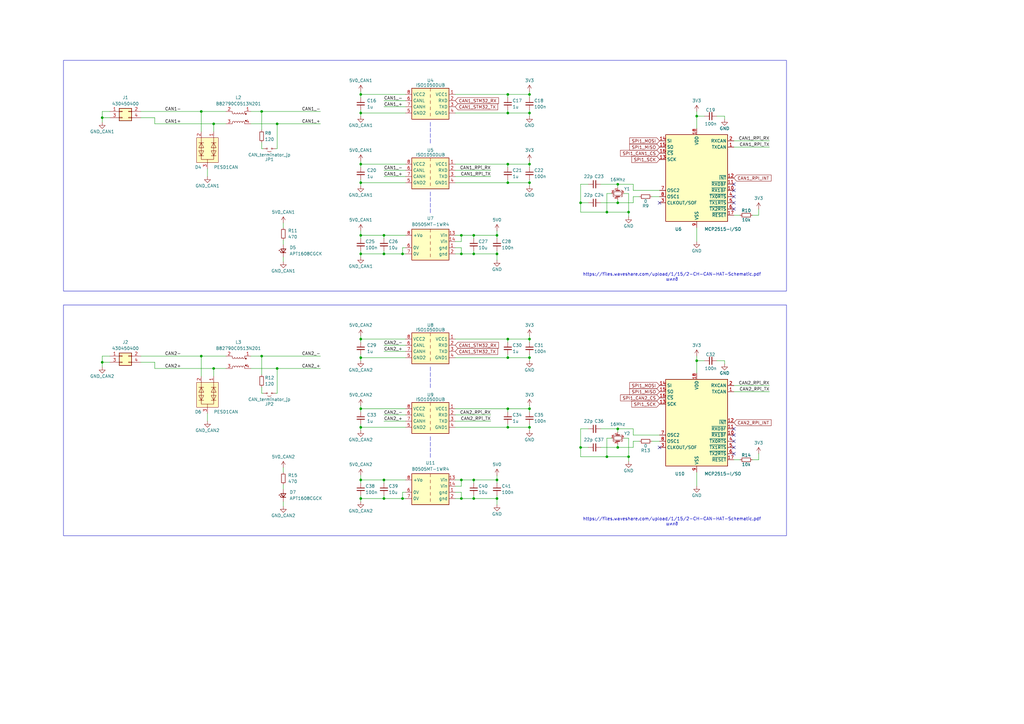
<source format=kicad_sch>
(kicad_sch (version 20231120) (generator "eeschema") (generator_version "8.0")
  (paper "A3")
  (lib_symbols
    (symbol "Connector_Generic:Conn_02x02_Odd_Even" (pin_names (offset 1.016) hide)
      (property "Reference" "J" (at 1.27 2.54 0))
      (property "Value" "Conn_02x02_Odd_Even" (at 1.27 -5.08 0))
      (symbol "Conn_02x02_Odd_Even_1_1"
        (pin passive line (at -5.08 0 0) (length 3.81) (name "Pin_1") (number "1"))
        (pin passive line (at 7.62 0 180) (length 3.81) (name "Pin_2") (number "2"))
        (pin passive line (at -5.08 -2.54 0) (length 3.81) (name "Pin_3") (number "3"))
        (pin passive line (at 7.62 -2.54 180) (length 3.81) (name "Pin_4") (number "4"))
      )
    )
    (symbol "Device:C_Small" (pin_numbers hide) (pin_names (offset 0.254) hide)
      (property "Reference" "C" (at 0.254 1.778 0))
      (property "Value" "C_Small" (at 0.254 -2.032 0))
      (symbol "C_Small_1_1"
        (pin passive line (at 0 2.54 270) (length 2.032) (name "~") (number "1"))
        (pin passive line (at 0 -2.54 90) (length 2.032) (name "~") (number "2"))
      )
    )
    (symbol "Device:Crystal_GND24_Small" (pin_names (offset 1.016) hide)
      (property "Reference" "Y" (at 1.27 4.445 0))
      (property "Value" "Crystal_GND24_Small" (at 1.27 2.54 0))
      (symbol "Crystal_GND24_Small_1_1"
        (pin passive line (at -2.54 0 0) (length 1.27) (name "1") (number "1"))
        (pin passive line (at 0 -2.54 90) (length 0.635) (name "2") (number "2"))
        (pin passive line (at 2.54 0 180) (length 1.27) (name "3") (number "3"))
        (pin passive line (at 0 2.54 270) (length 0.635) (name "4") (number "4"))
      )
    )
    (symbol "Device:LED_Small" (pin_numbers hide) (pin_names (offset 0.254) hide)
      (property "Reference" "D" (at -1.27 3.175 0))
      (property "Value" "LED_Small" (at -4.445 -2.54 0))
      (symbol "LED_Small_1_1"
        (pin passive line (at -2.54 0 0) (length 1.778) (name "K") (number "1"))
        (pin passive line (at 2.54 0 180) (length 1.778) (name "A") (number "2"))
      )
    )
    (symbol "Device:L_Coupled_1243" (pin_names (offset 0.254) hide)
      (property "Reference" "L" (at 0 4.445 0))
      (property "Value" "L_Coupled_1243" (at 0 -4.445 0))
      (symbol "L_Coupled_1243_1_1"
        (pin passive line (at -5.08 2.54 0) (length 2.54) (name "1") (number "1"))
        (pin passive line (at 5.08 2.54 180) (length 2.54) (name "2") (number "2"))
        (pin passive line (at 5.08 -2.54 180) (length 2.54) (name "3") (number "3"))
        (pin passive line (at -5.08 -2.54 0) (length 2.54) (name "4") (number "4"))
      )
    )
    (symbol "Device:R_Small" (pin_numbers hide) (pin_names (offset 0.254) hide)
      (property "Reference" "R" (at 0.762 0.508 0))
      (property "Value" "R_Small" (at 0.762 -1.016 0))
      (symbol "R_Small_1_1"
        (pin passive line (at 0 2.54 270) (length 0.762) (name "~") (number "1"))
        (pin passive line (at 0 -2.54 90) (length 0.762) (name "~") (number "2"))
      )
    )
    (symbol "ISO1050DUB_1"
      (property "Reference" "U4" (at 0 9.525 0))
      (property "Value" "ISO1050DUB" (at 0 6.985 0))
      (symbol "ISO1050DUB_1_1_1"
        (pin input line (at -10.16 -2.54 0) (length 2.54) (name "gnd") (number "1"))
        (pin power_in line (at -10.16 2.54 0) (length 2.54) (name "Vin") (number "13"))
        (pin output line (at -10.16 0 0) (length 2.54) (name "Vin") (number "14"))
        (pin power_in line (at -10.16 -5.08 0) (length 2.54) (name "gnd") (number "2"))
        (pin power_in line (at 10.16 -2.54 180) (length 2.54) (name "0V") (number "6"))
        (pin power_in line (at 10.16 -5.08 180) (length 2.54) (name "0V") (number "7"))
        (pin bidirectional line (at 10.16 2.54 180) (length 2.54) (name "+Vo") (number "8"))
      )
    )
    (symbol "ISO1050DUB_2"
      (property "Reference" "U1" (at 0 8.255 0))
      (property "Value" "ISO1050DUB" (at 0 6.35 0))
      (symbol "ISO1050DUB_2_1_1"
        (pin power_in line (at -10.16 2.54 0) (length 2.54) (name "VCC1") (number "1"))
        (pin output line (at -10.16 0 0) (length 2.54) (name "RXD") (number "2"))
        (pin input line (at -10.16 -2.54 0) (length 2.54) (name "TXD") (number "3"))
        (pin power_in line (at -10.16 -5.08 0) (length 2.54) (name "GND1") (number "4"))
        (pin power_in line (at 10.16 -5.08 180) (length 2.54) (name "GND2") (number "5"))
        (pin bidirectional line (at 10.16 0 180) (length 2.54) (name "CANL") (number "6"))
        (pin bidirectional line (at 10.16 -2.54 180) (length 2.54) (name "CANH") (number "7"))
        (pin power_in line (at 10.16 2.54 180) (length 2.54) (name "VCC2") (number "8"))
      )
    )
    (symbol "Interface_CAN_LIN:MCP2515-xSO"
      (property "Reference" "U" (at -10.16 19.685 0))
      (property "Value" "MCP2515-xSO" (at 19.05 20.32 0))
      (symbol "MCP2515-xSO_1_1"
        (pin output line (at 15.24 12.7 180) (length 2.54) (name "TXCAN") (number "1"))
        (pin output line (at 15.24 -5.08 180) (length 2.54) (name "~{RX1BF}") (number "10"))
        (pin output line (at 15.24 -2.54 180) (length 2.54) (name "~{RX0BF}") (number "11"))
        (pin output line (at 15.24 0 180) (length 2.54) (name "~{INT}") (number "12"))
        (pin input line (at -15.24 7.62 0) (length 2.54) (name "SCK") (number "13"))
        (pin input line (at -15.24 15.24 0) (length 2.54) (name "SI") (number "14"))
        (pin output line (at -15.24 12.7 0) (length 2.54) (name "SO") (number "15"))
        (pin input line (at -15.24 10.16 0) (length 2.54) (name "~{CS}") (number "16"))
        (pin input line (at 15.24 -15.24 180) (length 2.54) (name "~{RESET}") (number "17"))
        (pin power_in line (at 0 20.32 270) (length 2.54) (name "VDD") (number "18"))
        (pin input line (at 15.24 15.24 180) (length 2.54) (name "RXCAN") (number "2"))
        (pin output line (at -15.24 -10.16 0) (length 2.54) (name "CLKOUT/SOF") (number "3"))
        (pin input line (at 15.24 -7.62 180) (length 2.54) (name "~{TX0RTS}") (number "4"))
        (pin input line (at 15.24 -10.16 180) (length 2.54) (name "~{TX1RTS}") (number "5"))
        (pin input line (at 15.24 -12.7 180) (length 2.54) (name "~{TX2RTS}") (number "6"))
        (pin output line (at -15.24 -5.08 0) (length 2.54) (name "OSC2") (number "7"))
        (pin input line (at -15.24 -7.62 0) (length 2.54) (name "OSC1") (number "8"))
        (pin power_in line (at 0 -20.32 90) (length 2.54) (name "VSS") (number "9"))
      )
    )
    (symbol "Jumper:Jumper_2_Small_Open" (pin_numbers hide) (pin_names (offset 0) hide) (exclude_from_sim yes)
      (property "Reference" "JP" (at 0 2.794 0))
      (property "Value" "Jumper_2_Small_Open" (at 0 -2.286 0))
      (symbol "Jumper_2_Small_Open_1_1"
        (pin passive line (at -2.54 0 0) (length 1.27) (name "A") (number "1"))
        (pin passive line (at 2.54 0 180) (length 1.27) (name "B") (number "2"))
      )
    )
    (symbol "Power_Protection:PRTR5V0U2X" (pin_names (offset 0))
      (property "Reference" "D1" (at -7.62 0 90))
      (property "Value" "PESD1CAN" (at -5.715 2.54 90))
      (symbol "PRTR5V0U2X_1_1"
        (pin passive line (at -2.54 -5.08 90) (length 2.54) (name "") (number "1"))
        (pin passive line (at 2.54 -5.08 90) (length 2.54) (name "") (number "2"))
        (pin passive line (at 0 10.16 270) (length 2.54) (name "") (number "3"))
      )
    )
    (symbol "power:+5V" (power) (pin_numbers hide) (pin_names (offset 0) hide)
      (property "Value" "+5V" (at 0 3.556 0))
      (symbol "+5V_1_1"
        (pin power_in line (at 0 0 90) (length 0) (name "~") (number "1"))
      )
    )
    (symbol "power:GND" (power) (pin_names (offset 0))
      (property "Value" "GND" (at 0 -3.81 0))
      (symbol "GND_1_1"
        (pin power_in line (at 0 0 270) (length 0) hide (name "GND") (number "1"))
      )
    )
    (symbol "power:GND2" (power) (pin_names (offset 0))
      (property "Value" "GND2" (at 0 -3.81 0))
      (symbol "GND2_1_1"
        (pin power_in line (at 0 0 270) (length 0) hide (name "GND2") (number "1"))
      )
    )
  )
  (junction (at 253.365 75.565))
  (junction (at 203.835 104.14))
  (junction (at 217.17 67.31))
  (junction (at 157.48 204.47))
  (junction (at 87.63 50.8))
  (junction (at 208.28 167.64))
  (junction (at 147.955 146.685))
  (junction (at 189.23 196.85))
  (junction (at 203.835 96.52))
  (junction (at 189.23 96.52))
  (junction (at 147.955 167.64))
  (junction (at 165.1 204.47))
  (junction (at 208.28 67.31))
  (junction (at 147.955 104.14))
  (junction (at 147.955 175.26))
  (junction (at 194.31 104.14))
  (junction (at 157.48 196.85))
  (junction (at 285.75 147.955))
  (junction (at 248.92 187.325))
  (junction (at 217.17 167.64))
  (junction (at 107.315 146.05))
  (junction (at 147.955 96.52))
  (junction (at 208.28 139.065))
  (junction (at 217.17 175.26))
  (junction (at 113.665 50.8))
  (junction (at 147.955 67.31))
  (junction (at 217.17 38.735))
  (junction (at 82.55 146.05))
  (junction (at 157.48 96.52))
  (junction (at 253.365 183.515))
  (junction (at 238.125 83.185))
  (junction (at 257.81 187.325))
  (junction (at 165.1 104.14))
  (junction (at 208.28 38.735))
  (junction (at 147.955 204.47))
  (junction (at 217.17 146.685))
  (junction (at 208.28 74.93))
  (junction (at 217.17 74.93))
  (junction (at 147.955 139.065))
  (junction (at 189.23 204.47))
  (junction (at 194.31 204.47))
  (junction (at 194.31 196.85))
  (junction (at 41.91 48.26))
  (junction (at 203.835 204.47))
  (junction (at 208.28 46.355))
  (junction (at 253.365 175.895))
  (junction (at 208.28 146.685))
  (junction (at 253.365 83.185))
  (junction (at 87.63 151.13))
  (junction (at 217.17 139.065))
  (junction (at 248.92 86.995))
  (junction (at 147.955 38.735))
  (junction (at 147.955 74.93))
  (junction (at 194.31 96.52))
  (junction (at 113.665 151.13))
  (junction (at 147.955 46.355))
  (junction (at 208.28 175.26))
  (junction (at 157.48 104.14))
  (junction (at 238.125 183.515))
  (junction (at 257.81 86.995))
  (junction (at 217.17 46.355))
  (junction (at 285.75 47.625))
  (junction (at 189.23 104.14))
  (junction (at 82.55 45.72))
  (junction (at 107.315 45.72))
  (junction (at 203.835 196.85))
  (junction (at 41.91 148.59))
  (junction (at 147.955 196.85))
  (no_connect (at 300.99 75.565))
  (no_connect (at 270.51 83.185))
  (no_connect (at 300.99 178.435))
  (no_connect (at 300.99 80.645))
  (no_connect (at 300.99 85.725))
  (no_connect (at 300.99 83.185))
  (no_connect (at 300.99 186.055))
  (no_connect (at 300.99 180.975))
  (no_connect (at 300.99 175.895))
  (no_connect (at 300.99 78.105))
  (no_connect (at 270.51 183.515))
  (no_connect (at 300.99 183.515))
  (wire (pts (xy 257.81 86.995) (xy 248.92 86.995)))
  (wire (pts (xy 259.715 83.185) (xy 253.365 83.185)))
  (wire (pts (xy 147.955 66.04) (xy 147.955 67.31)))
  (wire (pts (xy 208.28 167.64) (xy 208.28 168.91)))
  (wire (pts (xy 259.715 178.435) (xy 259.715 175.895)))
  (wire (pts (xy 87.63 50.8) (xy 92.71 50.8)))
  (wire (pts (xy 147.955 196.85) (xy 147.955 198.12)))
  (wire (pts (xy 217.17 173.99) (xy 217.17 175.26)))
  (wire (pts (xy 147.955 166.37) (xy 147.955 167.64)))
  (wire (pts (xy 253.365 75.565) (xy 253.365 76.835)))
  (wire (pts (xy 147.955 37.465) (xy 147.955 38.735)))
  (wire (pts (xy 259.715 75.565) (xy 253.365 75.565)))
  (wire (pts (xy 116.205 91.44) (xy 116.205 93.345)))
  (wire (pts (xy 63.5 50.8) (xy 63.5 48.26)))
  (wire (pts (xy 147.955 175.26) (xy 166.37 175.26)))
  (wire (pts (xy 189.23 96.52) (xy 194.31 96.52)))
  (wire (pts (xy 165.1 204.47) (xy 166.37 204.47)))
  (wire (pts (xy 157.48 69.85) (xy 166.37 69.85)))
  (wire (pts (xy 41.91 148.59) (xy 41.91 150.495)))
  (wire (pts (xy 147.955 46.355) (xy 147.955 47.625)))
  (wire (pts (xy 311.15 88.265) (xy 308.61 88.265)))
  (wire (pts (xy 147.955 146.685) (xy 147.955 147.955)))
  (wire (pts (xy 186.69 172.72) (xy 201.295 172.72)))
  (wire (pts (xy 87.63 151.13) (xy 87.63 154.305)))
  (wire (pts (xy 285.75 147.955) (xy 288.925 147.955)))
  (wire (pts (xy 217.17 45.085) (xy 217.17 46.355)))
  (wire (pts (xy 259.715 183.515) (xy 253.365 183.515)))
  (wire (pts (xy 157.48 172.72) (xy 166.37 172.72)))
  (wire (pts (xy 217.17 66.04) (xy 217.17 67.31)))
  (wire (pts (xy 194.31 196.85) (xy 203.835 196.85)))
  (wire (pts (xy 238.125 86.995) (xy 248.92 86.995)))
  (wire (pts (xy 107.315 58.42) (xy 107.315 60.96)))
  (wire (pts (xy 294.005 47.625) (xy 297.18 47.625)))
  (wire (pts (xy 113.665 50.8) (xy 113.665 60.96)))
  (wire (pts (xy 157.48 43.815) (xy 166.37 43.815)))
  (wire (pts (xy 189.23 199.39) (xy 189.23 196.85)))
  (wire (pts (xy 208.28 145.415) (xy 208.28 146.685)))
  (wire (pts (xy 113.665 151.13) (xy 113.665 161.29)))
  (wire (pts (xy 186.69 101.6) (xy 189.23 101.6)))
  (wire (pts (xy 147.955 96.52) (xy 157.48 96.52)))
  (wire (pts (xy 194.31 102.87) (xy 194.31 104.14)))
  (wire (pts (xy 57.785 146.05) (xy 82.55 146.05)))
  (wire (pts (xy 194.31 104.14) (xy 203.835 104.14)))
  (wire (pts (xy 186.69 38.735) (xy 208.28 38.735)))
  (wire (pts (xy 285.75 147.955) (xy 285.75 153.035)))
  (wire (pts (xy 238.125 183.515) (xy 238.125 187.325)))
  (wire (pts (xy 102.87 50.8) (xy 113.665 50.8)))
  (wire (pts (xy 147.955 38.735) (xy 166.37 38.735)))
  (wire (pts (xy 41.91 45.72) (xy 45.085 45.72)))
  (wire (pts (xy 147.955 104.14) (xy 147.955 105.41)))
  (wire (pts (xy 147.955 67.31) (xy 166.37 67.31)))
  (wire (pts (xy 253.365 83.185) (xy 253.365 81.915)))
  (wire (pts (xy 157.48 196.85) (xy 166.37 196.85)))
  (wire (pts (xy 203.835 203.2) (xy 203.835 204.47)))
  (wire (pts (xy 186.69 201.93) (xy 189.23 201.93)))
  (wire (pts (xy 217.17 73.66) (xy 217.17 74.93)))
  (wire (pts (xy 147.955 167.64) (xy 147.955 168.91)))
  (wire (pts (xy 82.55 45.72) (xy 82.55 53.975)))
  (wire (pts (xy 102.87 146.05) (xy 107.315 146.05)))
  (wire (pts (xy 257.81 187.325) (xy 248.92 187.325)))
  (wire (pts (xy 246.38 83.185) (xy 253.365 83.185)))
  (wire (pts (xy 147.955 46.355) (xy 166.37 46.355)))
  (wire (pts (xy 194.31 96.52) (xy 203.835 96.52)))
  (wire (pts (xy 113.665 50.8) (xy 131.445 50.8)))
  (wire (pts (xy 189.23 204.47) (xy 194.31 204.47)))
  (wire (pts (xy 208.28 67.31) (xy 208.28 68.58)))
  (wire (pts (xy 217.17 37.465) (xy 217.17 38.735)))
  (wire (pts (xy 147.955 96.52) (xy 147.955 97.79)))
  (wire (pts (xy 147.955 175.26) (xy 147.955 176.53)))
  (wire (pts (xy 270.51 178.435) (xy 259.715 178.435)))
  (wire (pts (xy 147.955 203.2) (xy 147.955 204.47)))
  (wire (pts (xy 238.125 75.565) (xy 238.125 83.185)))
  (wire (pts (xy 248.92 79.375) (xy 250.825 79.375)))
  (wire (pts (xy 186.69 104.14) (xy 189.23 104.14)))
  (wire (pts (xy 217.17 137.795) (xy 217.17 139.065)))
  (wire (pts (xy 285.75 93.345) (xy 285.75 99.06)))
  (wire (pts (xy 107.95 60.96) (xy 107.315 60.96)))
  (wire (pts (xy 147.955 38.735) (xy 147.955 40.005)))
  (wire (pts (xy 41.91 48.26) (xy 45.085 48.26)))
  (wire (pts (xy 107.95 161.29) (xy 107.315 161.29)))
  (wire (pts (xy 257.81 179.705) (xy 257.81 187.325)))
  (wire (pts (xy 165.1 201.93) (xy 166.37 201.93)))
  (wire (pts (xy 157.48 96.52) (xy 166.37 96.52)))
  (wire (pts (xy 285.75 146.05) (xy 285.75 147.955)))
  (wire (pts (xy 147.955 102.87) (xy 147.955 104.14)))
  (wire (pts (xy 157.48 203.2) (xy 157.48 204.47)))
  (wire (pts (xy 157.48 72.39) (xy 166.37 72.39)))
  (wire (pts (xy 147.955 173.99) (xy 147.955 175.26)))
  (polyline (pts (xy 176.53 78.74) (xy 176.53 87.63)) (stroke (width 0) (type dash)))
  (wire (pts (xy 102.87 45.72) (xy 107.315 45.72)))
  (wire (pts (xy 186.69 146.685) (xy 208.28 146.685)))
  (wire (pts (xy 147.955 194.945) (xy 147.955 196.85)))
  (wire (pts (xy 259.715 175.895) (xy 253.365 175.895)))
  (wire (pts (xy 300.99 60.325) (xy 315.595 60.325)))
  (wire (pts (xy 203.835 196.85) (xy 203.835 198.12)))
  (wire (pts (xy 165.1 101.6) (xy 165.1 104.14)))
  (wire (pts (xy 107.315 146.05) (xy 107.315 153.67)))
  (wire (pts (xy 241.3 175.895) (xy 238.125 175.895)))
  (wire (pts (xy 82.55 146.05) (xy 82.55 154.305)))
  (wire (pts (xy 147.955 67.31) (xy 147.955 68.58)))
  (wire (pts (xy 241.3 75.565) (xy 238.125 75.565)))
  (wire (pts (xy 270.51 78.105) (xy 259.715 78.105)))
  (wire (pts (xy 147.955 139.065) (xy 166.37 139.065)))
  (wire (pts (xy 107.315 146.05) (xy 131.445 146.05)))
  (wire (pts (xy 194.31 96.52) (xy 194.31 97.79)))
  (wire (pts (xy 186.69 46.355) (xy 208.28 46.355)))
  (wire (pts (xy 113.665 161.29) (xy 113.03 161.29)))
  (wire (pts (xy 157.48 204.47) (xy 165.1 204.47)))
  (wire (pts (xy 208.28 67.31) (xy 217.17 67.31)))
  (wire (pts (xy 208.28 175.26) (xy 217.17 175.26)))
  (wire (pts (xy 57.785 45.72) (xy 82.55 45.72)))
  (wire (pts (xy 194.31 203.2) (xy 194.31 204.47)))
  (wire (pts (xy 147.955 73.66) (xy 147.955 74.93)))
  (polyline (pts (xy 176.53 50.165) (xy 176.53 59.055)) (stroke (width 0) (type dash)))
  (wire (pts (xy 208.28 45.085) (xy 208.28 46.355)))
  (wire (pts (xy 255.905 179.705) (xy 257.81 179.705)))
  (wire (pts (xy 63.5 151.13) (xy 87.63 151.13)))
  (wire (pts (xy 194.31 196.85) (xy 194.31 198.12)))
  (wire (pts (xy 203.835 104.14) (xy 203.835 106.68)))
  (wire (pts (xy 157.48 96.52) (xy 157.48 97.79)))
  (wire (pts (xy 300.99 188.595) (xy 303.53 188.595)))
  (wire (pts (xy 255.905 79.375) (xy 257.81 79.375)))
  (wire (pts (xy 85.09 69.215) (xy 85.09 72.39)))
  (wire (pts (xy 311.15 186.055) (xy 311.15 188.595)))
  (wire (pts (xy 157.48 144.145) (xy 166.37 144.145)))
  (wire (pts (xy 217.17 139.065) (xy 217.17 140.335)))
  (wire (pts (xy 87.63 50.8) (xy 87.63 53.975)))
  (wire (pts (xy 186.69 139.065) (xy 208.28 139.065)))
  (wire (pts (xy 311.15 85.725) (xy 311.15 88.265)))
  (wire (pts (xy 238.125 83.185) (xy 241.3 83.185)))
  (wire (pts (xy 116.205 98.425) (xy 116.205 100.33)))
  (wire (pts (xy 157.48 141.605) (xy 166.37 141.605)))
  (wire (pts (xy 217.17 166.37) (xy 217.17 167.64)))
  (wire (pts (xy 113.665 151.13) (xy 131.445 151.13)))
  (wire (pts (xy 116.205 105.41) (xy 116.205 107.315)))
  (wire (pts (xy 248.92 187.325) (xy 248.92 179.705)))
  (wire (pts (xy 147.955 204.47) (xy 147.955 205.74)))
  (wire (pts (xy 41.91 45.72) (xy 41.91 48.26)))
  (wire (pts (xy 186.69 199.39) (xy 189.23 199.39)))
  (wire (pts (xy 208.28 167.64) (xy 217.17 167.64)))
  (wire (pts (xy 203.835 194.945) (xy 203.835 196.85)))
  (wire (pts (xy 262.255 180.975) (xy 259.715 180.975)))
  (wire (pts (xy 300.99 57.785) (xy 315.595 57.785)))
  (wire (pts (xy 300.99 88.265) (xy 303.53 88.265)))
  (wire (pts (xy 300.99 160.655) (xy 315.595 160.655)))
  (wire (pts (xy 186.69 72.39) (xy 201.295 72.39)))
  (wire (pts (xy 194.31 204.47) (xy 203.835 204.47)))
  (wire (pts (xy 116.205 205.74) (xy 116.205 207.645)))
  (wire (pts (xy 238.125 183.515) (xy 241.3 183.515)))
  (wire (pts (xy 285.75 45.72) (xy 285.75 47.625)))
  (wire (pts (xy 147.955 104.14) (xy 157.48 104.14)))
  (wire (pts (xy 311.15 188.595) (xy 308.61 188.595)))
  (wire (pts (xy 270.51 180.975) (xy 267.335 180.975)))
  (wire (pts (xy 186.69 167.64) (xy 208.28 167.64)))
  (wire (pts (xy 259.715 180.975) (xy 259.715 183.515)))
  (wire (pts (xy 203.835 96.52) (xy 203.835 97.79)))
  (wire (pts (xy 217.17 146.685) (xy 217.17 147.955)))
  (polyline (pts (xy 176.53 150.495) (xy 176.53 159.385)) (stroke (width 0) (type dash)))
  (wire (pts (xy 186.69 74.93) (xy 208.28 74.93)))
  (wire (pts (xy 248.92 86.995) (xy 248.92 79.375)))
  (wire (pts (xy 186.69 196.85) (xy 189.23 196.85)))
  (wire (pts (xy 203.835 204.47) (xy 203.835 207.01)))
  (wire (pts (xy 147.955 74.93) (xy 147.955 76.2)))
  (wire (pts (xy 186.69 170.18) (xy 201.295 170.18)))
  (wire (pts (xy 189.23 196.85) (xy 194.31 196.85)))
  (wire (pts (xy 257.81 86.995) (xy 257.81 88.9)))
  (wire (pts (xy 294.005 147.955) (xy 297.18 147.955)))
  (wire (pts (xy 82.55 45.72) (xy 92.71 45.72)))
  (wire (pts (xy 297.18 147.955) (xy 297.18 149.225)))
  (wire (pts (xy 238.125 187.325) (xy 248.92 187.325)))
  (wire (pts (xy 246.38 175.895) (xy 253.365 175.895)))
  (wire (pts (xy 238.125 83.185) (xy 238.125 86.995)))
  (wire (pts (xy 147.955 146.685) (xy 166.37 146.685)))
  (wire (pts (xy 189.23 104.14) (xy 194.31 104.14)))
  (wire (pts (xy 189.23 101.6) (xy 189.23 104.14)))
  (polyline (pts (xy 176.53 179.07) (xy 176.53 187.96)) (stroke (width 0) (type dash)))
  (wire (pts (xy 217.17 175.26) (xy 217.17 176.53)))
  (wire (pts (xy 85.09 169.545) (xy 85.09 172.72)))
  (wire (pts (xy 165.1 101.6) (xy 166.37 101.6)))
  (wire (pts (xy 262.255 80.645) (xy 259.715 80.645)))
  (wire (pts (xy 157.48 196.85) (xy 157.48 198.12)))
  (wire (pts (xy 157.48 102.87) (xy 157.48 104.14)))
  (wire (pts (xy 253.365 183.515) (xy 253.365 182.245)))
  (wire (pts (xy 259.715 80.645) (xy 259.715 83.185)))
  (wire (pts (xy 147.955 45.085) (xy 147.955 46.355)))
  (wire (pts (xy 165.1 201.93) (xy 165.1 204.47)))
  (wire (pts (xy 147.955 167.64) (xy 166.37 167.64)))
  (wire (pts (xy 208.28 74.93) (xy 217.17 74.93)))
  (wire (pts (xy 113.665 60.96) (xy 113.03 60.96)))
  (wire (pts (xy 186.69 96.52) (xy 189.23 96.52)))
  (wire (pts (xy 285.75 47.625) (xy 288.925 47.625)))
  (wire (pts (xy 147.955 196.85) (xy 157.48 196.85)))
  (wire (pts (xy 208.28 146.685) (xy 217.17 146.685)))
  (wire (pts (xy 186.69 175.26) (xy 208.28 175.26)))
  (wire (pts (xy 208.28 38.735) (xy 208.28 40.005)))
  (wire (pts (xy 147.955 137.795) (xy 147.955 139.065)))
  (wire (pts (xy 217.17 145.415) (xy 217.17 146.685)))
  (wire (pts (xy 102.87 151.13) (xy 113.665 151.13)))
  (wire (pts (xy 157.48 170.18) (xy 166.37 170.18)))
  (wire (pts (xy 257.81 79.375) (xy 257.81 86.995)))
  (wire (pts (xy 238.125 175.895) (xy 238.125 183.515)))
  (wire (pts (xy 157.48 104.14) (xy 165.1 104.14)))
  (wire (pts (xy 41.91 146.05) (xy 45.085 146.05)))
  (wire (pts (xy 253.365 175.895) (xy 253.365 177.165)))
  (wire (pts (xy 147.955 74.93) (xy 166.37 74.93)))
  (wire (pts (xy 217.17 167.64) (xy 217.17 168.91)))
  (wire (pts (xy 41.91 148.59) (xy 45.085 148.59)))
  (wire (pts (xy 208.28 38.735) (xy 217.17 38.735)))
  (wire (pts (xy 257.81 187.325) (xy 257.81 189.23)))
  (wire (pts (xy 186.69 67.31) (xy 208.28 67.31)))
  (wire (pts (xy 246.38 75.565) (xy 253.365 75.565)))
  (wire (pts (xy 82.55 146.05) (xy 92.71 146.05)))
  (wire (pts (xy 203.835 102.87) (xy 203.835 104.14)))
  (wire (pts (xy 186.69 204.47) (xy 189.23 204.47)))
  (wire (pts (xy 208.28 139.065) (xy 217.17 139.065)))
  (wire (pts (xy 285.75 193.675) (xy 285.75 199.39)))
  (wire (pts (xy 208.28 139.065) (xy 208.28 140.335)))
  (wire (pts (xy 87.63 151.13) (xy 92.71 151.13)))
  (wire (pts (xy 297.18 47.625) (xy 297.18 48.895)))
  (wire (pts (xy 116.205 198.755) (xy 116.205 200.66)))
  (wire (pts (xy 116.205 191.77) (xy 116.205 193.675)))
  (wire (pts (xy 217.17 67.31) (xy 217.17 68.58)))
  (wire (pts (xy 186.69 69.85) (xy 201.295 69.85)))
  (wire (pts (xy 208.28 173.99) (xy 208.28 175.26)))
  (wire (pts (xy 63.5 151.13) (xy 63.5 148.59)))
  (wire (pts (xy 189.23 201.93) (xy 189.23 204.47)))
  (wire (pts (xy 165.1 104.14) (xy 166.37 104.14)))
  (wire (pts (xy 217.17 74.93) (xy 217.17 76.2)))
  (wire (pts (xy 217.17 38.735) (xy 217.17 40.005)))
  (wire (pts (xy 63.5 48.26) (xy 57.785 48.26)))
  (wire (pts (xy 208.28 73.66) (xy 208.28 74.93)))
  (wire (pts (xy 147.955 94.615) (xy 147.955 96.52)))
  (wire (pts (xy 107.315 45.72) (xy 107.315 53.34)))
  (wire (pts (xy 41.91 146.05) (xy 41.91 148.59)))
  (wire (pts (xy 217.17 46.355) (xy 217.17 47.625)))
  (wire (pts (xy 157.48 41.275) (xy 166.37 41.275)))
  (wire (pts (xy 246.38 183.515) (xy 253.365 183.515)))
  (wire (pts (xy 41.91 48.26) (xy 41.91 50.165)))
  (wire (pts (xy 259.715 78.105) (xy 259.715 75.565)))
  (wire (pts (xy 147.955 204.47) (xy 157.48 204.47)))
  (wire (pts (xy 203.835 94.615) (xy 203.835 96.52)))
  (wire (pts (xy 63.5 148.59) (xy 57.785 148.59)))
  (wire (pts (xy 300.99 158.115) (xy 315.595 158.115)))
  (wire (pts (xy 285.75 47.625) (xy 285.75 52.705)))
  (wire (pts (xy 186.69 99.06) (xy 189.23 99.06)))
  (wire (pts (xy 107.315 45.72) (xy 131.445 45.72)))
  (wire (pts (xy 63.5 50.8) (xy 87.63 50.8)))
  (wire (pts (xy 208.28 46.355) (xy 217.17 46.355)))
  (wire (pts (xy 248.92 179.705) (xy 250.825 179.705)))
  (wire (pts (xy 147.955 139.065) (xy 147.955 140.335)))
  (wire (pts (xy 107.315 158.75) (xy 107.315 161.29)))
  (wire (pts (xy 147.955 145.415) (xy 147.955 146.685)))
  (wire (pts (xy 270.51 80.645) (xy 267.335 80.645)))
  (wire (pts (xy 189.23 99.06) (xy 189.23 96.52)))
  (rectangle (start 26.035 125.095) (end 322.58 219.71))
  (rectangle (start 26.035 24.765) (end 322.58 119.38))
  (text "https://files.waveshare.com/upload/1/15/2-CH-CAN-HAT-Schematic.pdf\nшилд" (at 275.59 213.995 0) (effects (font (size 1.27 1.27))))
  (text "https://files.waveshare.com/upload/1/15/2-CH-CAN-HAT-Schematic.pdf\nшилд" (at 275.59 113.665 0) (effects (font (size 1.27 1.27))))
  (label "CAN2_RPi_TX" (at 201.295 172.72 180))
  (label "CAN2_-" (at 157.48 170.18 0))
  (label "CAN2_RPi_RX" (at 315.595 158.115 180))
  (label "CAN1+" (at 74.295 50.8 180))
  (label "CAN2_-" (at 157.48 141.605 0))
  (label "CAN1_RPi_TX" (at 201.295 72.39 180))
  (label "CAN2+" (at 74.295 151.13 180))
  (label "CAN1_+" (at 157.48 72.39 0))
  (label "CAN1_-" (at 131.445 45.72 180))
  (label "CAN1_RPi_RX" (at 201.295 69.85 180))
  (label "CAN1_-" (at 157.48 41.275 0))
  (label "CAN2_RPi_RX" (at 201.295 170.18 180))
  (label "CAN1_RPi_TX" (at 315.595 60.325 180))
  (label "CAN1-" (at 74.295 45.72 180))
  (label "CAN2_+" (at 131.445 151.13 180))
  (label "CAN2_+" (at 157.48 172.72 0))
  (label "CAN1_RPi_RX" (at 315.595 57.785 180))
  (label "CAN2_+" (at 157.48 144.145 0))
  (label "CAN2-" (at 74.295 146.05 180))
  (label "CAN1_+" (at 157.48 43.815 0))
  (label "CAN1_-" (at 157.48 69.85 0))
  (label "CAN1_+" (at 131.445 50.8 180))
  (label "CAN2_-" (at 131.445 146.05 180))
  (label "CAN2_RPi_TX" (at 315.595 160.655 180))
  (global_label "CAN2_RPI_INT" (shape input) (at 300.99 173.355 0) (property "Intersheetrefs" "${INTERSHEET_REFS}" (effects (hide yes))))
  (global_label "SPI1_MOSI" (shape input) (at 270.51 158.115 180) (property "Intersheetrefs" "${INTERSHEET_REFS}" (effects (hide yes))))
  (global_label "SPI1_MISO" (shape input) (at 270.51 160.655 180) (property "Intersheetrefs" "${INTERSHEET_REFS}" (effects (hide yes))))
  (global_label "SPI1_MOSI" (shape input) (at 270.51 57.785 180) (property "Intersheetrefs" "${INTERSHEET_REFS}" (effects (hide yes))))
  (global_label "CAN1_STM32_TX" (shape input) (at 186.69 144.145 0) (property "Intersheetrefs" "${INTERSHEET_REFS}" (effects (hide yes))))
  (global_label "SPI1_MISO" (shape input) (at 270.51 60.325 180) (property "Intersheetrefs" "${INTERSHEET_REFS}" (effects (hide yes))))
  (global_label "SPI1_SCK" (shape input) (at 270.51 65.405 180) (property "Intersheetrefs" "${INTERSHEET_REFS}" (effects (hide yes))))
  (global_label "CAN1_STM32_RX" (shape input) (at 186.69 41.275 0) (property "Intersheetrefs" "${INTERSHEET_REFS}" (effects (hide yes))))
  (global_label "CAN1_RPI_INT" (shape input) (at 300.99 73.025 0) (property "Intersheetrefs" "${INTERSHEET_REFS}" (effects (hide yes))))
  (global_label "SPI1_SCK" (shape input) (at 270.51 165.735 180) (property "Intersheetrefs" "${INTERSHEET_REFS}" (effects (hide yes))))
  (global_label "SPI1_CAN1_CS" (shape input) (at 270.51 62.865 180) (property "Intersheetrefs" "${INTERSHEET_REFS}" (effects (hide yes))))
  (global_label "CAN1_STM32_RX" (shape input) (at 186.69 141.605 0) (property "Intersheetrefs" "${INTERSHEET_REFS}" (effects (hide yes))))
  (global_label "SPI1_CAN2_CS" (shape input) (at 270.51 163.195 180) (property "Intersheetrefs" "${INTERSHEET_REFS}" (effects (hide yes))))
  (global_label "CAN1_STM32_TX" (shape input) (at 186.69 43.815 0) (property "Intersheetrefs" "${INTERSHEET_REFS}" (effects (hide yes))))
  (symbol (lib_id "power:+5V") (at 311.15 85.725 0) (unit 1)
    (property "Reference" "#PWR030" (effects (hide yes)))
    (property "Value" "3V3" (at 311.15 81.28 0))
    (property "Description" "Power symbol creates a global label with name \"+5V\"" (effects (hide yes)))
  )
  (symbol (lib_id "power:+5V") (at 285.75 146.05 0) (unit 1)
    (property "Reference" "#PWR041" (effects (hide yes)))
    (property "Value" "3V3" (at 285.75 141.605 0))
    (property "Description" "Power symbol creates a global label with name \"+5V\"" (effects (hide yes)))
  )
  (symbol (lib_id "Device:L_Coupled_1243") (at 97.79 48.26 0) (mirror y) (unit 1)
    (property "Reference" "L2" (at 97.79 40.005 0))
    (property "Value" "B82790C0513N201" (at 97.79 42.545 0))
    (property "Ссылка" "https://www.chipdip.ru/product0/8002015174" (effects (hide yes)))
    (property "Цена" "510" (effects (hide yes)))
    (property "Человекопонятное название" "Подавитель синфазных помех" (effects (hide yes)))
  )
  (symbol (lib_id "Device:C_Small") (at 147.955 42.545 0) (unit 1)
    (property "Reference" "C16" (at 150.495 41.275 0) (effects (justify left)))
    (property "Value" "1u" (at 150.495 43.815 0) (effects (justify left)))
    (property "Description" "Unpolarized capacitor, small symbol" (effects (hide yes)))
  )
  (symbol (lib_id "power:GND") (at 217.17 76.2 0) (unit 1)
    (property "Reference" "#PWR029" (effects (hide yes)))
    (property "Value" "GND" (at 217.17 80.01 0))
  )
  (symbol (lib_id "Device:C_Small") (at 157.48 100.33 0) (unit 1)
    (property "Reference" "C26" (at 159.385 99.06 0) (effects (justify left)))
    (property "Value" "10u" (at 159.385 101.6 0) (effects (justify left)))
    (property "Ссылка" "https://www.chipdip.ru/product/grm21br61e106ka73l" (effects (hide yes)))
    (property "Цена" "13" (effects (hide yes)))
    (property "Человекопонятное название" "Конденсатор 10мкФ" (effects (hide yes)))
  )
  (symbol (lib_id "Device:C_Small") (at 291.465 147.955 90) (unit 1)
    (property "Reference" "C32" (at 293.37 145.415 90) (effects (justify left)))
    (property "Value" "100n" (at 294.005 151.13 90) (effects (justify left)))
    (property "Ссылка" "https://www.chipdip.ru/product/grm21br71h104k" (effects (hide yes)))
    (property "Цена" "13" (effects (hide yes)))
    (property "Человекопонятное название" "Конденсатор 100нФ" (effects (hide yes)))
  )
  (symbol (lib_id "Jumper:Jumper_2_Small_Open") (at 110.49 161.29 180) (unit 1) (exclude_from_sim yes)
    (property "Reference" "JP2" (at 110.49 165.735 0))
    (property "Value" "CAN_terminator_jp" (at 110.49 163.83 0))
    (property "Description" "Jumper, 2-pole, small symbol, open" (effects (hide yes)))
  )
  (symbol (lib_id "Device:C_Small") (at 157.48 200.66 0) (unit 1)
    (property "Reference" "C39" (at 159.385 199.39 0) (effects (justify left)))
    (property "Value" "10u" (at 159.385 201.93 0) (effects (justify left)))
    (property "Ссылка" "https://www.chipdip.ru/product/grm21br61e106ka73l" (effects (hide yes)))
    (property "Цена" "13" (effects (hide yes)))
    (property "Человекопонятное название" "Конденсатор 10мкФ" (effects (hide yes)))
  )
  (symbol (lib_id "Device:C_Small") (at 208.28 71.12 0) (unit 1)
    (property "Reference" "C21" (at 210.185 69.85 0) (effects (justify left)))
    (property "Value" "1u" (at 210.185 72.39 0) (effects (justify left)))
    (property "Ссылка" "https://www.chipdip.ru/product/grm21br71e105k" (effects (hide yes)))
    (property "Цена" "13" (effects (hide yes)))
    (property "Человекопонятное название" "Конденсатор 1мкФ" (effects (hide yes)))
  )
  (symbol (lib_name "ISO1050DUB_2") (lib_id "Interface_CAN_LIN:ISO1050DUB") (at 176.53 41.275 0) (mirror y) (unit 1)
    (property "Reference" "U4" (at 176.53 33.02 0))
    (property "Value" "ISO1050DUB" (at 176.53 34.925 0))
    (property "Datasheet" "http://www.ti.com/lit/ds/symlink/iso1050.pdf" (effects (hide yes)))
    (property "Человекопонятное название" "Изолированный приемопередатчик интерфейса CAN" (effects (hide yes)))
  )
  (symbol (lib_id "Device:C_Small") (at 291.465 47.625 90) (unit 1)
    (property "Reference" "C19" (at 293.37 45.085 90) (effects (justify left)))
    (property "Value" "100n" (at 294.005 50.8 90) (effects (justify left)))
    (property "Ссылка" "https://www.chipdip.ru/product/grm21br71h104k" (effects (hide yes)))
    (property "Цена" "13" (effects (hide yes)))
    (property "Человекопонятное название" "Конденсатор 100нФ" (effects (hide yes)))
  )
  (symbol (lib_id "Device:C_Small") (at 147.955 142.875 0) (unit 1)
    (property "Reference" "C29" (at 150.495 141.605 0) (effects (justify left)))
    (property "Value" "1u" (at 150.495 144.145 0) (effects (justify left)))
    (property "Description" "Unpolarized capacitor, small symbol" (effects (hide yes)))
  )
  (symbol (lib_id "power:GND") (at 257.81 189.23 0) (unit 1)
    (property "Reference" "#PWR052" (effects (hide yes)))
    (property "Value" "GND" (at 257.81 193.04 0))
  )
  (symbol (lib_id "Device:C_Small") (at 203.835 200.66 0) (unit 1)
    (property "Reference" "C41" (at 205.74 199.39 0) (effects (justify left)))
    (property "Value" "100n" (at 205.74 201.93 0) (effects (justify left)))
    (property "Ссылка" "https://www.chipdip.ru/product/grm21br71h104k" (effects (hide yes)))
    (property "Цена" "13" (effects (hide yes)))
    (property "Человекопонятное название" "Конденсатор 100нФ" (effects (hide yes)))
  )
  (symbol (lib_id "Device:C_Small") (at 208.28 42.545 0) (unit 1)
    (property "Reference" "C17" (at 210.185 41.275 0) (effects (justify left)))
    (property "Value" "1u" (at 210.185 43.815 0) (effects (justify left)))
    (property "Ссылка" "https://www.chipdip.ru/product/grm21br71e105k" (effects (hide yes)))
    (property "Цена" "13" (effects (hide yes)))
    (property "Человекопонятное название" "Конденсатор 1мкФ" (effects (hide yes)))
  )
  (symbol (lib_id "power:GND2") (at 147.955 76.2 0) (unit 1)
    (property "Reference" "#PWR028" (effects (hide yes)))
    (property "Value" "GND_CAN1" (at 147.955 80.01 0))
  )
  (symbol (lib_id "Device:C_Small") (at 147.955 200.66 0) (unit 1)
    (property "Reference" "C38" (at 149.86 199.39 0) (effects (justify left)))
    (property "Value" "100n" (at 149.86 201.93 0) (effects (justify left)))
    (property "Ссылка" "https://www.chipdip.ru/product/grm21br71h104k" (effects (hide yes)))
    (property "Цена" "13" (effects (hide yes)))
    (property "Человекопонятное название" "Конденсатор 100нФ" (effects (hide yes)))
  )
  (symbol (lib_id "Device:L_Coupled_1243") (at 97.79 148.59 0) (mirror y) (unit 1)
    (property "Reference" "L3" (at 97.79 140.335 0))
    (property "Value" "B82790C0513N201" (at 97.79 142.875 0))
    (property "Ссылка" "https://www.chipdip.ru/product0/8002015174" (effects (hide yes)))
    (property "Цена" "510" (effects (hide yes)))
    (property "Человекопонятное название" "Подавитель синфазных помех" (effects (hide yes)))
  )
  (symbol (lib_id "Device:C_Small") (at 194.31 100.33 0) (unit 1)
    (property "Reference" "C27" (at 196.215 99.06 0) (effects (justify left)))
    (property "Value" "10u" (at 196.215 101.6 0) (effects (justify left)))
    (property "Ссылка" "https://www.chipdip.ru/product/grm21br61e106ka73l" (effects (hide yes)))
    (property "Цена" "13" (effects (hide yes)))
    (property "Человекопонятное название" "Конденсатор 10мкФ" (effects (hide yes)))
  )
  (symbol (lib_id "Device:R_Small") (at 306.07 88.265 270) (unit 1)
    (property "Reference" "R10" (at 306.07 86.36 90))
    (property "Value" "10k" (at 306.07 90.17 90))
    (property "Description" "Resistor, small symbol" (effects (hide yes)))
  )
  (symbol (lib_id "Interface_CAN_LIN:MCP2515-xSO") (at 285.75 73.025 0) (unit 1)
    (property "Reference" "U6" (at 276.86 93.98 0) (effects (justify left)))
    (property "Value" "MCP2515-I/SO" (at 288.925 93.98 0) (effects (justify left)))
    (property "Datasheet" "http://ww1.microchip.com/downloads/en/DeviceDoc/21801e.pdf" (effects (hide yes)))
    (property "Description" "Stand-Alone CAN Controller with SPI Interface, SOIC-18" (effects (hide yes)))
  )
  (symbol (lib_name "ISO1050DUB_2") (lib_id "Interface_CAN_LIN:ISO1050DUB") (at 176.53 141.605 0) (mirror y) (unit 1)
    (property "Reference" "U8" (at 176.53 133.35 0))
    (property "Value" "ISO1050DUB" (at 176.53 135.255 0))
    (property "Datasheet" "http://www.ti.com/lit/ds/symlink/iso1050.pdf" (effects (hide yes)))
    (property "Человекопонятное название" "Изолированный приемопередатчик интерфейса CAN" (effects (hide yes)))
  )
  (symbol (lib_name "ISO1050DUB_2") (lib_id "Interface_CAN_LIN:ISO1050DUB") (at 176.53 69.85 0) (mirror y) (unit 1)
    (property "Reference" "U5" (at 176.53 61.595 0))
    (property "Value" "ISO1050DUB" (at 176.53 63.5 0))
    (property "Datasheet" "http://www.ti.com/lit/ds/symlink/iso1050.pdf" (effects (hide yes)))
    (property "Человекопонятное название" "Изолированный приемопередатчик интерфейса CAN" (effects (hide yes)))
  )
  (symbol (lib_name "ISO1050DUB_1") (lib_id "Interface_CAN_LIN:ISO1050DUB") (at 176.53 199.39 0) (mirror y) (unit 1)
    (property "Reference" "U11" (at 176.53 189.865 0))
    (property "Value" "B0505MT-1WR4" (at 176.53 192.405 0))
    (property "Ссылка" "https://www.chipdip.ru/product0/8003333290" (effects (hide yes)))
    (property "Цена" "120" (effects (hide yes)))
    (property "Человекопонятное название" "DC/DC преобразователь" (effects (hide yes)))
  )
  (symbol (lib_id "power:+5V") (at 217.17 66.04 0) (unit 1)
    (property "Reference" "#PWR026" (effects (hide yes)))
    (property "Value" "3V3" (at 217.17 61.595 0))
    (property "Description" "Power symbol creates a global label with name \"+5V\"" (effects (hide yes)))
  )
  (symbol (lib_id "Device:C_Small") (at 243.84 75.565 90) (unit 1)
    (property "Reference" "C23" (at 245.745 72.39 90))
    (property "Value" "22p" (at 241.3 72.39 90))
    (property "Description" "Unpolarized capacitor, small symbol" (effects (hide yes)))
  )
  (symbol (lib_name "ISO1050DUB_1") (lib_id "Interface_CAN_LIN:ISO1050DUB") (at 176.53 99.06 0) (mirror y) (unit 1)
    (property "Reference" "U7" (at 176.53 89.535 0))
    (property "Value" "B0505MT-1WR4" (at 176.53 92.075 0))
    (property "Ссылка" "https://www.chipdip.ru/product0/8003333290" (effects (hide yes)))
    (property "Цена" "120" (effects (hide yes)))
    (property "Человекопонятное название" "DC/DC преобразователь" (effects (hide yes)))
  )
  (symbol (lib_id "Device:C_Small") (at 243.84 183.515 90) (unit 1)
    (property "Reference" "C37" (at 245.745 180.34 90))
    (property "Value" "22p" (at 241.3 180.34 90))
    (property "Description" "Unpolarized capacitor, small symbol" (effects (hide yes)))
  )
  (symbol (lib_id "power:+5V") (at 116.205 191.77 0) (unit 1)
    (property "Reference" "#PWR053" (effects (hide yes)))
    (property "Value" "5V0_CAN2" (at 116.205 187.325 0))
    (property "Description" "Power symbol creates a global label with name \"+5V\"" (effects (hide yes)))
  )
  (symbol (lib_id "Connector_Generic:Conn_02x02_Odd_Even") (at 50.165 45.72 0) (unit 1)
    (property "Reference" "J1" (at 51.435 40.005 0))
    (property "Value" "430450400" (at 51.435 42.545 0))
    (property "Description" "Generic connector, double row, 02x02, odd/even pin numbering scheme (row 1 odd numbers, row 2 even numbers), script generated (kicad-library-utils/schlib/autogen/connector/)" (effects (hide yes)))
  )
  (symbol (lib_id "Device:C_Small") (at 208.28 171.45 0) (unit 1)
    (property "Reference" "C34" (at 210.185 170.18 0) (effects (justify left)))
    (property "Value" "1u" (at 210.185 172.72 0) (effects (justify left)))
    (property "Ссылка" "https://www.chipdip.ru/product/grm21br71e105k" (effects (hide yes)))
    (property "Цена" "13" (effects (hide yes)))
    (property "Человекопонятное название" "Конденсатор 1мкФ" (effects (hide yes)))
  )
  (symbol (lib_id "Device:C_Small") (at 217.17 71.12 0) (unit 1)
    (property "Reference" "C22" (at 219.075 69.85 0) (effects (justify left)))
    (property "Value" "100n" (at 219.075 72.39 0) (effects (justify left)))
    (property "Ссылка" "https://www.chipdip.ru/product/grm21br71h104k" (effects (hide yes)))
    (property "Цена" "13" (effects (hide yes)))
    (property "Человекопонятное название" "Конденсатор 100нФ" (effects (hide yes)))
  )
  (symbol (lib_id "power:+5V") (at 311.15 186.055 0) (unit 1)
    (property "Reference" "#PWR051" (effects (hide yes)))
    (property "Value" "3V3" (at 311.15 181.61 0))
    (property "Description" "Power symbol creates a global label with name \"+5V\"" (effects (hide yes)))
  )
  (symbol (lib_id "Interface_CAN_LIN:MCP2515-xSO") (at 285.75 173.355 0) (unit 1)
    (property "Reference" "U10" (at 276.86 194.31 0) (effects (justify left)))
    (property "Value" "MCP2515-I/SO" (at 288.925 194.31 0) (effects (justify left)))
    (property "Datasheet" "http://ww1.microchip.com/downloads/en/DeviceDoc/21801e.pdf" (effects (hide yes)))
    (property "Description" "Stand-Alone CAN Controller with SPI Interface, SOIC-18" (effects (hide yes)))
  )
  (symbol (lib_id "power:GND2") (at 41.91 150.495 0) (unit 1)
    (property "Reference" "#PWR045" (effects (hide yes)))
    (property "Value" "GND_CAN2" (at 41.91 154.305 0))
  )
  (symbol (lib_id "Device:LED_Small") (at 116.205 102.87 90) (unit 1)
    (property "Reference" "D5" (at 118.745 101.5364 90) (effects (justify right)))
    (property "Value" "APT1608CGCK" (at 118.745 104.0764 90) (effects (justify right)))
    (property "Description" "Light emitting diode, small symbol" (effects (hide yes)))
  )
  (symbol (lib_id "power:GND2") (at 147.955 47.625 0) (unit 1)
    (property "Reference" "#PWR021" (effects (hide yes)))
    (property "Value" "GND_CAN1" (at 147.955 51.435 0))
  )
  (symbol (lib_id "power:+5V") (at 203.835 94.615 0) (unit 1)
    (property "Reference" "#PWR034" (effects (hide yes)))
    (property "Value" "5V0" (at 203.835 90.17 0))
    (property "Description" "Power symbol creates a global label with name \"+5V\"" (effects (hide yes)))
  )
  (symbol (lib_id "power:GND") (at 297.18 48.895 0) (unit 1)
    (property "Reference" "#PWR023" (effects (hide yes)))
    (property "Value" "GND" (at 297.18 52.705 0))
  )
  (symbol (lib_id "power:+5V") (at 116.205 91.44 0) (unit 1)
    (property "Reference" "#PWR032" (effects (hide yes)))
    (property "Value" "5V0_CAN1" (at 116.205 86.995 0))
    (property "Description" "Power symbol creates a global label with name \"+5V\"" (effects (hide yes)))
  )
  (symbol (lib_id "Device:C_Small") (at 243.84 175.895 90) (unit 1)
    (property "Reference" "C36" (at 245.745 172.72 90))
    (property "Value" "22p" (at 241.3 172.72 90))
    (property "Description" "Unpolarized capacitor, small symbol" (effects (hide yes)))
  )
  (symbol (lib_id "Device:R_Small") (at 107.315 55.88 0) (unit 1)
    (property "Reference" "R8" (at 108.585 54.61 0) (effects (justify left)))
    (property "Value" "120" (at 108.585 57.15 0) (effects (justify left)))
    (property "Description" "Resistor, small symbol" (effects (hide yes)))
  )
  (symbol (lib_id "power:GND2") (at 116.205 207.645 0) (unit 1)
    (property "Reference" "#PWR059" (effects (hide yes)))
    (property "Value" "GND_CAN2" (at 116.205 211.455 0))
  )
  (symbol (lib_id "Device:R_Small") (at 116.205 95.885 0) (unit 1)
    (property "Reference" "R11" (at 118.11 94.615 0) (effects (justify left)))
    (property "Value" "470" (at 118.11 97.155 0) (effects (justify left)))
    (property "Description" "Resistor, small symbol" (effects (hide yes)))
  )
  (symbol (lib_id "Device:C_Small") (at 147.955 171.45 0) (unit 1)
    (property "Reference" "C33" (at 150.495 170.18 0) (effects (justify left)))
    (property "Value" "1u" (at 150.495 172.72 0) (effects (justify left)))
    (property "Description" "Unpolarized capacitor, small symbol" (effects (hide yes)))
  )
  (symbol (lib_id "power:GND2") (at 85.09 72.39 0) (unit 1)
    (property "Reference" "#PWR027" (effects (hide yes)))
    (property "Value" "GND_CAN1" (at 85.09 76.2 0))
  )
  (symbol (lib_id "power:GND") (at 285.75 199.39 0) (unit 1)
    (property "Reference" "#PWR056" (effects (hide yes)))
    (property "Value" "GND" (at 285.75 203.2 0))
  )
  (symbol (lib_id "power:GND2") (at 85.09 172.72 0) (unit 1)
    (property "Reference" "#PWR048" (effects (hide yes)))
    (property "Value" "GND_CAN2" (at 85.09 176.53 0))
  )
  (symbol (lib_id "power:GND") (at 217.17 47.625 0) (unit 1)
    (property "Reference" "#PWR022" (effects (hide yes)))
    (property "Value" "GND" (at 217.17 51.435 0))
  )
  (symbol (lib_id "Device:C_Small") (at 147.955 100.33 0) (unit 1)
    (property "Reference" "C25" (at 149.86 99.06 0) (effects (justify left)))
    (property "Value" "100n" (at 149.86 101.6 0) (effects (justify left)))
    (property "Ссылка" "https://www.chipdip.ru/product/grm21br71h104k" (effects (hide yes)))
    (property "Цена" "13" (effects (hide yes)))
    (property "Человекопонятное название" "Конденсатор 100нФ" (effects (hide yes)))
  )
  (symbol (lib_id "power:+5V") (at 217.17 137.795 0) (unit 1)
    (property "Reference" "#PWR040" (effects (hide yes)))
    (property "Value" "3V3" (at 217.17 133.35 0))
    (property "Description" "Power symbol creates a global label with name \"+5V\"" (effects (hide yes)))
  )
  (symbol (lib_id "Device:R_Small") (at 264.795 180.975 90) (unit 1)
    (property "Reference" "R13" (at 264.795 184.785 90))
    (property "Value" "0" (at 264.795 182.88 90))
    (property "Description" "Resistor, small symbol" (effects (hide yes)))
  )
  (symbol (lib_id "power:GND") (at 217.17 147.955 0) (unit 1)
    (property "Reference" "#PWR043" (effects (hide yes)))
    (property "Value" "GND" (at 217.17 151.765 0))
  )
  (symbol (lib_id "Device:LED_Small") (at 116.205 203.2 90) (unit 1)
    (property "Reference" "D7" (at 118.745 201.8664 90) (effects (justify right)))
    (property "Value" "APT1608CGCK" (at 118.745 204.4064 90) (effects (justify right)))
    (property "Description" "Light emitting diode, small symbol" (effects (hide yes)))
  )
  (symbol (lib_id "Device:Crystal_GND24_Small") (at 253.365 79.375 270) (unit 1)
    (property "Reference" "Y1" (at 257.175 77.47 90))
    (property "Value" "16Mhz" (at 253.365 73.66 90))
    (property "Description" "Four pin crystal, GND on pins 2 and 4, small symbol" (effects (hide yes)))
  )
  (symbol (lib_id "power:+5V") (at 147.955 166.37 0) (unit 1)
    (property "Reference" "#PWR046" (effects (hide yes)))
    (property "Value" "5V0_CAN2" (at 147.955 161.925 0))
    (property "Description" "Power symbol creates a global label with name \"+5V\"" (effects (hide yes)))
  )
  (symbol (lib_id "Device:C_Small") (at 243.84 83.185 90) (unit 1)
    (property "Reference" "C24" (at 245.745 80.01 90))
    (property "Value" "22p" (at 241.3 80.01 90))
    (property "Description" "Unpolarized capacitor, small symbol" (effects (hide yes)))
  )
  (symbol (lib_id "Device:C_Small") (at 217.17 142.875 0) (unit 1)
    (property "Reference" "C31" (at 219.075 141.605 0) (effects (justify left)))
    (property "Value" "100n" (at 219.075 144.145 0) (effects (justify left)))
    (property "Ссылка" "https://www.chipdip.ru/product/grm21br71h104k" (effects (hide yes)))
    (property "Цена" "13" (effects (hide yes)))
    (property "Человекопонятное название" "Конденсатор 100нФ" (effects (hide yes)))
  )
  (symbol (lib_id "Device:C_Small") (at 203.835 100.33 0) (unit 1)
    (property "Reference" "C28" (at 205.74 99.06 0) (effects (justify left)))
    (property "Value" "100n" (at 205.74 101.6 0) (effects (justify left)))
    (property "Ссылка" "https://www.chipdip.ru/product/grm21br71h104k" (effects (hide yes)))
    (property "Цена" "13" (effects (hide yes)))
    (property "Человекопонятное название" "Конденсатор 100нФ" (effects (hide yes)))
  )
  (symbol (lib_id "Power_Protection:PRTR5V0U2X") (at 85.09 159.385 180) (unit 1)
    (property "Reference" "D6" (at 81.28 168.91 0))
    (property "Value" "PESD1CAN" (at 92.71 168.91 0))
    (property "Ссылка" "https://www.chipdip.ru/product/pesd1can.215" (effects (hide yes)))
    (property "Цена" "87" (effects (hide yes)))
    (property "Человекопонятное название" "Защитный диод от ESD для CAN шины" (effects (hide yes)))
  )
  (symbol (lib_id "power:GND2") (at 41.91 50.165 0) (unit 1)
    (property "Reference" "#PWR024" (effects (hide yes)))
    (property "Value" "GND_CAN1" (at 41.91 53.975 0))
  )
  (symbol (lib_id "power:GND") (at 203.835 207.01 0) (unit 1)
    (property "Reference" "#PWR058" (effects (hide yes)))
    (property "Value" "GND" (at 203.835 210.82 0))
  )
  (symbol (lib_id "power:+5V") (at 147.955 137.795 0) (unit 1)
    (property "Reference" "#PWR039" (effects (hide yes)))
    (property "Value" "5V0_CAN2" (at 147.955 133.35 0))
    (property "Description" "Power symbol creates a global label with name \"+5V\"" (effects (hide yes)))
  )
  (symbol (lib_id "Device:R_Small") (at 264.795 80.645 90) (unit 1)
    (property "Reference" "R9" (at 264.795 84.455 90))
    (property "Value" "0" (at 264.795 82.55 90))
    (property "Description" "Resistor, small symbol" (effects (hide yes)))
  )
  (symbol (lib_id "power:GND2") (at 147.955 147.955 0) (unit 1)
    (property "Reference" "#PWR042" (effects (hide yes)))
    (property "Value" "GND_CAN2" (at 147.955 151.765 0))
  )
  (symbol (lib_id "Jumper:Jumper_2_Small_Open") (at 110.49 60.96 180) (unit 1) (exclude_from_sim yes)
    (property "Reference" "JP1" (at 110.49 65.405 0))
    (property "Value" "CAN_terminator_jp" (at 110.49 63.5 0))
    (property "Description" "Jumper, 2-pole, small symbol, open" (effects (hide yes)))
  )
  (symbol (lib_id "Device:R_Small") (at 306.07 188.595 270) (unit 1)
    (property "Reference" "R14" (at 306.07 186.69 90))
    (property "Value" "10k" (at 306.07 190.5 90))
    (property "Description" "Resistor, small symbol" (effects (hide yes)))
  )
  (symbol (lib_id "Device:C_Small") (at 217.17 171.45 0) (unit 1)
    (property "Reference" "C35" (at 219.075 170.18 0) (effects (justify left)))
    (property "Value" "100n" (at 219.075 172.72 0) (effects (justify left)))
    (property "Ссылка" "https://www.chipdip.ru/product/grm21br71h104k" (effects (hide yes)))
    (property "Цена" "13" (effects (hide yes)))
    (property "Человекопонятное название" "Конденсатор 100нФ" (effects (hide yes)))
  )
  (symbol (lib_id "power:GND2") (at 147.955 176.53 0) (unit 1)
    (property "Reference" "#PWR049" (effects (hide yes)))
    (property "Value" "GND_CAN2" (at 147.955 180.34 0))
  )
  (symbol (lib_id "Device:R_Small") (at 116.205 196.215 0) (unit 1)
    (property "Reference" "R15" (at 118.11 194.945 0) (effects (justify left)))
    (property "Value" "470" (at 118.11 197.485 0) (effects (justify left)))
    (property "Description" "Resistor, small symbol" (effects (hide yes)))
  )
  (symbol (lib_id "Device:C_Small") (at 217.17 42.545 0) (unit 1)
    (property "Reference" "C18" (at 219.075 41.275 0) (effects (justify left)))
    (property "Value" "100n" (at 219.075 43.815 0) (effects (justify left)))
    (property "Ссылка" "https://www.chipdip.ru/product/grm21br71h104k" (effects (hide yes)))
    (property "Цена" "13" (effects (hide yes)))
    (property "Человекопонятное название" "Конденсатор 100нФ" (effects (hide yes)))
  )
  (symbol (lib_id "power:GND2") (at 147.955 105.41 0) (unit 1)
    (property "Reference" "#PWR036" (effects (hide yes)))
    (property "Value" "GND_CAN1" (at 147.955 109.22 0))
  )
  (symbol (lib_id "power:GND") (at 203.835 106.68 0) (unit 1)
    (property "Reference" "#PWR037" (effects (hide yes)))
    (property "Value" "GND" (at 203.835 110.49 0))
  )
  (symbol (lib_id "power:GND") (at 257.81 88.9 0) (unit 1)
    (property "Reference" "#PWR031" (effects (hide yes)))
    (property "Value" "GND" (at 257.81 92.71 0))
  )
  (symbol (lib_id "power:+5V") (at 147.955 194.945 0) (unit 1)
    (property "Reference" "#PWR054" (effects (hide yes)))
    (property "Value" "5V0_CAN2" (at 147.955 190.5 0))
    (property "Description" "Power symbol creates a global label with name \"+5V\"" (effects (hide yes)))
  )
  (symbol (lib_id "Device:R_Small") (at 107.315 156.21 0) (unit 1)
    (property "Reference" "R12" (at 108.585 154.94 0) (effects (justify left)))
    (property "Value" "120" (at 108.585 157.48 0) (effects (justify left)))
    (property "Description" "Resistor, small symbol" (effects (hide yes)))
  )
  (symbol (lib_id "Device:C_Small") (at 147.955 71.12 0) (unit 1)
    (property "Reference" "C20" (at 150.495 69.85 0) (effects (justify left)))
    (property "Value" "1u" (at 150.495 72.39 0) (effects (justify left)))
    (property "Description" "Unpolarized capacitor, small symbol" (effects (hide yes)))
  )
  (symbol (lib_id "power:+5V") (at 203.835 194.945 0) (unit 1)
    (property "Reference" "#PWR055" (effects (hide yes)))
    (property "Value" "5V0" (at 203.835 190.5 0))
    (property "Description" "Power symbol creates a global label with name \"+5V\"" (effects (hide yes)))
  )
  (symbol (lib_id "Device:C_Small") (at 194.31 200.66 0) (unit 1)
    (property "Reference" "C40" (at 196.215 199.39 0) (effects (justify left)))
    (property "Value" "10u" (at 196.215 201.93 0) (effects (justify left)))
    (property "Ссылка" "https://www.chipdip.ru/product/grm21br61e106ka73l" (effects (hide yes)))
    (property "Цена" "13" (effects (hide yes)))
    (property "Человекопонятное название" "Конденсатор 10мкФ" (effects (hide yes)))
  )
  (symbol (lib_id "power:+5V") (at 217.17 166.37 0) (unit 1)
    (property "Reference" "#PWR047" (effects (hide yes)))
    (property "Value" "3V3" (at 217.17 161.925 0))
    (property "Description" "Power symbol creates a global label with name \"+5V\"" (effects (hide yes)))
  )
  (symbol (lib_id "power:GND2") (at 147.955 205.74 0) (unit 1)
    (property "Reference" "#PWR057" (effects (hide yes)))
    (property "Value" "GND_CAN2" (at 147.955 209.55 0))
  )
  (symbol (lib_id "Device:C_Small") (at 208.28 142.875 0) (unit 1)
    (property "Reference" "C30" (at 210.185 141.605 0) (effects (justify left)))
    (property "Value" "1u" (at 210.185 144.145 0) (effects (justify left)))
    (property "Ссылка" "https://www.chipdip.ru/product/grm21br71e105k" (effects (hide yes)))
    (property "Цена" "13" (effects (hide yes)))
    (property "Человекопонятное название" "Конденсатор 1мкФ" (effects (hide yes)))
  )
  (symbol (lib_id "power:+5V") (at 147.955 66.04 0) (unit 1)
    (property "Reference" "#PWR025" (effects (hide yes)))
    (property "Value" "5V0_CAN1" (at 147.955 61.595 0))
    (property "Description" "Power symbol creates a global label with name \"+5V\"" (effects (hide yes)))
  )
  (symbol (lib_id "power:GND") (at 285.75 99.06 0) (unit 1)
    (property "Reference" "#PWR035" (effects (hide yes)))
    (property "Value" "GND" (at 285.75 102.87 0))
  )
  (symbol (lib_id "power:+5V") (at 147.955 94.615 0) (unit 1)
    (property "Reference" "#PWR033" (effects (hide yes)))
    (property "Value" "5V0_CAN1" (at 147.955 90.17 0))
    (property "Description" "Power symbol creates a global label with name \"+5V\"" (effects (hide yes)))
  )
  (symbol (lib_id "Power_Protection:PRTR5V0U2X") (at 85.09 59.055 180) (unit 1)
    (property "Reference" "D4" (at 81.28 68.58 0))
    (property "Value" "PESD1CAN" (at 92.71 68.58 0))
    (property "Ссылка" "https://www.chipdip.ru/product/pesd1can.215" (effects (hide yes)))
    (property "Цена" "87" (effects (hide yes)))
    (property "Человекопонятное название" "Защитный диод от ESD для CAN шины" (effects (hide yes)))
  )
  (symbol (lib_id "power:GND2") (at 116.205 107.315 0) (unit 1)
    (property "Reference" "#PWR038" (effects (hide yes)))
    (property "Value" "GND_CAN1" (at 116.205 111.125 0))
  )
  (symbol (lib_id "power:GND") (at 297.18 149.225 0) (unit 1)
    (property "Reference" "#PWR044" (effects (hide yes)))
    (property "Value" "GND" (at 297.18 153.035 0))
  )
  (symbol (lib_id "power:+5V") (at 285.75 45.72 0) (unit 1)
    (property "Reference" "#PWR020" (effects (hide yes)))
    (property "Value" "3V3" (at 285.75 41.275 0))
    (property "Description" "Power symbol creates a global label with name \"+5V\"" (effects (hide yes)))
  )
  (symbol (lib_id "power:+5V") (at 217.17 37.465 0) (unit 1)
    (property "Reference" "#PWR019" (effects (hide yes)))
    (property "Value" "3V3" (at 217.17 33.02 0))
    (property "Description" "Power symbol creates a global label with name \"+5V\"" (effects (hide yes)))
  )
  (symbol (lib_id "power:+5V") (at 147.955 37.465 0) (unit 1)
    (property "Reference" "#PWR018" (effects (hide yes)))
    (property "Value" "5V0_CAN1" (at 147.955 33.02 0))
    (property "Description" "Power symbol creates a global label with name \"+5V\"" (effects (hide yes)))
  )
  (symbol (lib_id "Device:Crystal_GND24_Small") (at 253.365 179.705 270) (unit 1)
    (property "Reference" "Y2" (at 257.175 177.8 90))
    (property "Value" "16Mhz" (at 253.365 173.99 90))
    (property "Description" "Four pin crystal, GND on pins 2 and 4, small symbol" (effects (hide yes)))
  )
  (symbol (lib_name "ISO1050DUB_2") (lib_id "Interface_CAN_LIN:ISO1050DUB") (at 176.53 170.18 0) (mirror y) (unit 1)
    (property "Reference" "U9" (at 176.53 161.925 0))
    (property "Value" "ISO1050DUB" (at 176.53 163.83 0))
    (property "Datasheet" "http://www.ti.com/lit/ds/symlink/iso1050.pdf" (effects (hide yes)))
    (property "Человекопонятное название" "Изолированный приемопередатчик интерфейса CAN" (effects (hide yes)))
  )
  (symbol (lib_id "power:GND") (at 217.17 176.53 0) (unit 1)
    (property "Reference" "#PWR050" (effects (hide yes)))
    (property "Value" "GND" (at 217.17 180.34 0))
  )
  (symbol (lib_id "Connector_Generic:Conn_02x02_Odd_Even") (at 50.165 146.05 0) (unit 1)
    (property "Reference" "J2" (at 51.435 140.335 0))
    (property "Value" "430450400" (at 51.435 142.875 0))
    (property "Description" "Generic connector, double row, 02x02, odd/even pin numbering scheme (row 1 odd numbers, row 2 even numbers), script generated (kicad-library-utils/schlib/autogen/connector/)" (effects (hide yes)))
  )
)
</source>
